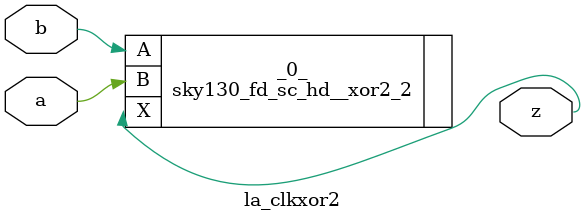
<source format=v>

module la_clkxor2(a, b, z);
  input a;
  input b;
  output z;
  sky130_fd_sc_hd__xor2_2 _0_ (
    .A(b),
    .B(a),
    .X(z)
  );
endmodule

</source>
